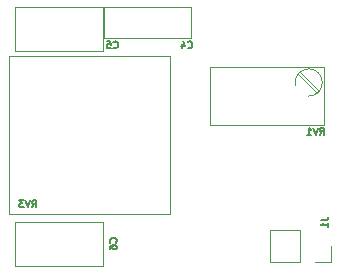
<source format=gbo>
G04 #@! TF.FileFunction,Legend,Bot*
%FSLAX46Y46*%
G04 Gerber Fmt 4.6, Leading zero omitted, Abs format (unit mm)*
G04 Created by KiCad (PCBNEW 4.0.4-1.fc24-product) date Tue Aug 28 14:06:47 2018*
%MOMM*%
%LPD*%
G01*
G04 APERTURE LIST*
%ADD10C,0.100000*%
%ADD11C,0.120000*%
%ADD12C,0.150000*%
G04 APERTURE END LIST*
D10*
D11*
X137680000Y-85530000D02*
X137680000Y-89270000D01*
X145120000Y-85530000D02*
X145120000Y-89270000D01*
X145120000Y-89270000D02*
X137680000Y-89270000D01*
X145120000Y-85530000D02*
X137680000Y-85530000D01*
X150760000Y-89750000D02*
X137140000Y-89750000D01*
X150760000Y-103060000D02*
X137140000Y-103060000D01*
X150760000Y-89750000D02*
X150760000Y-103060000D01*
X137140000Y-89750000D02*
X137140000Y-103060000D01*
X163271000Y-92825000D02*
X161659000Y-91215000D01*
X163411000Y-92684000D02*
X161800000Y-91074000D01*
X163865000Y-95570000D02*
X163865000Y-90619000D01*
X154215000Y-95570000D02*
X154215000Y-90619000D01*
X154215000Y-90619000D02*
X163865000Y-90619000D01*
X154215000Y-95570000D02*
X163865000Y-95570000D01*
X162555121Y-90795948D02*
G75*
G03X161406000Y-92190000I-20121J-1154052D01*
G01*
X162494691Y-93104296D02*
G75*
G03X162535000Y-90795000I40309J1154296D01*
G01*
X164430000Y-107130000D02*
X164430000Y-105800000D01*
X163100000Y-107130000D02*
X164430000Y-107130000D01*
X161830000Y-107130000D02*
X161830000Y-104470000D01*
X161830000Y-104470000D02*
X159230000Y-104470000D01*
X161830000Y-107130000D02*
X159230000Y-107130000D01*
X159230000Y-107130000D02*
X159230000Y-104470000D01*
X145120000Y-103730000D02*
X137680000Y-103730000D01*
X145120000Y-107470000D02*
X137680000Y-107470000D01*
X145120000Y-103730000D02*
X145120000Y-107470000D01*
X137680000Y-103730000D02*
X137680000Y-107470000D01*
X152560000Y-85590000D02*
X145240000Y-85590000D01*
X152560000Y-88210000D02*
X145240000Y-88210000D01*
X152560000Y-85590000D02*
X152560000Y-88210000D01*
X145240000Y-85590000D02*
X145240000Y-88210000D01*
D12*
X146000000Y-89014286D02*
X146028571Y-89042857D01*
X146114285Y-89071429D01*
X146171428Y-89071429D01*
X146257143Y-89042857D01*
X146314285Y-88985714D01*
X146342857Y-88928571D01*
X146371428Y-88814286D01*
X146371428Y-88728571D01*
X146342857Y-88614286D01*
X146314285Y-88557143D01*
X146257143Y-88500000D01*
X146171428Y-88471429D01*
X146114285Y-88471429D01*
X146028571Y-88500000D01*
X146000000Y-88528571D01*
X145457143Y-88471429D02*
X145742857Y-88471429D01*
X145771428Y-88757143D01*
X145742857Y-88728571D01*
X145685714Y-88700000D01*
X145542857Y-88700000D01*
X145485714Y-88728571D01*
X145457143Y-88757143D01*
X145428571Y-88814286D01*
X145428571Y-88957143D01*
X145457143Y-89014286D01*
X145485714Y-89042857D01*
X145542857Y-89071429D01*
X145685714Y-89071429D01*
X145742857Y-89042857D01*
X145771428Y-89014286D01*
X139107143Y-102521429D02*
X139307143Y-102235714D01*
X139450000Y-102521429D02*
X139450000Y-101921429D01*
X139221428Y-101921429D01*
X139164286Y-101950000D01*
X139135714Y-101978571D01*
X139107143Y-102035714D01*
X139107143Y-102121429D01*
X139135714Y-102178571D01*
X139164286Y-102207143D01*
X139221428Y-102235714D01*
X139450000Y-102235714D01*
X138935714Y-101921429D02*
X138735714Y-102521429D01*
X138535714Y-101921429D01*
X138392857Y-101921429D02*
X138021428Y-101921429D01*
X138221428Y-102150000D01*
X138135714Y-102150000D01*
X138078571Y-102178571D01*
X138050000Y-102207143D01*
X138021428Y-102264286D01*
X138021428Y-102407143D01*
X138050000Y-102464286D01*
X138078571Y-102492857D01*
X138135714Y-102521429D01*
X138307142Y-102521429D01*
X138364285Y-102492857D01*
X138392857Y-102464286D01*
X163497143Y-96371429D02*
X163697143Y-96085714D01*
X163840000Y-96371429D02*
X163840000Y-95771429D01*
X163611428Y-95771429D01*
X163554286Y-95800000D01*
X163525714Y-95828571D01*
X163497143Y-95885714D01*
X163497143Y-95971429D01*
X163525714Y-96028571D01*
X163554286Y-96057143D01*
X163611428Y-96085714D01*
X163840000Y-96085714D01*
X163325714Y-95771429D02*
X163125714Y-96371429D01*
X162925714Y-95771429D01*
X162411428Y-96371429D02*
X162754285Y-96371429D01*
X162582857Y-96371429D02*
X162582857Y-95771429D01*
X162640000Y-95857143D01*
X162697142Y-95914286D01*
X162754285Y-95942857D01*
X163571429Y-103600000D02*
X164000000Y-103600000D01*
X164085714Y-103571428D01*
X164142857Y-103514285D01*
X164171429Y-103428571D01*
X164171429Y-103371428D01*
X164171429Y-104200000D02*
X164171429Y-103857143D01*
X164171429Y-104028571D02*
X163571429Y-104028571D01*
X163657143Y-103971428D01*
X163714286Y-103914286D01*
X163742857Y-103857143D01*
X146214286Y-105500000D02*
X146242857Y-105471429D01*
X146271429Y-105385715D01*
X146271429Y-105328572D01*
X146242857Y-105242857D01*
X146185714Y-105185715D01*
X146128571Y-105157143D01*
X146014286Y-105128572D01*
X145928571Y-105128572D01*
X145814286Y-105157143D01*
X145757143Y-105185715D01*
X145700000Y-105242857D01*
X145671429Y-105328572D01*
X145671429Y-105385715D01*
X145700000Y-105471429D01*
X145728571Y-105500000D01*
X145671429Y-106014286D02*
X145671429Y-105900000D01*
X145700000Y-105842857D01*
X145728571Y-105814286D01*
X145814286Y-105757143D01*
X145928571Y-105728572D01*
X146157143Y-105728572D01*
X146214286Y-105757143D01*
X146242857Y-105785715D01*
X146271429Y-105842857D01*
X146271429Y-105957143D01*
X146242857Y-106014286D01*
X146214286Y-106042857D01*
X146157143Y-106071429D01*
X146014286Y-106071429D01*
X145957143Y-106042857D01*
X145928571Y-106014286D01*
X145900000Y-105957143D01*
X145900000Y-105842857D01*
X145928571Y-105785715D01*
X145957143Y-105757143D01*
X146014286Y-105728572D01*
X152300000Y-89014286D02*
X152328571Y-89042857D01*
X152414285Y-89071429D01*
X152471428Y-89071429D01*
X152557143Y-89042857D01*
X152614285Y-88985714D01*
X152642857Y-88928571D01*
X152671428Y-88814286D01*
X152671428Y-88728571D01*
X152642857Y-88614286D01*
X152614285Y-88557143D01*
X152557143Y-88500000D01*
X152471428Y-88471429D01*
X152414285Y-88471429D01*
X152328571Y-88500000D01*
X152300000Y-88528571D01*
X151785714Y-88671429D02*
X151785714Y-89071429D01*
X151928571Y-88442857D02*
X152071428Y-88871429D01*
X151700000Y-88871429D01*
M02*

</source>
